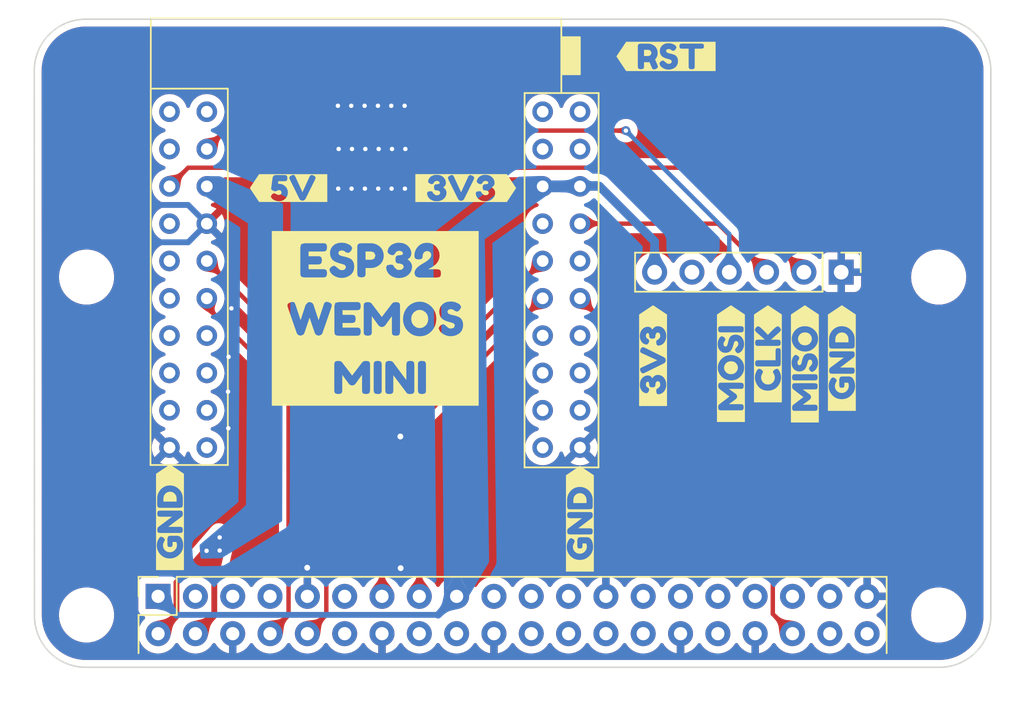
<source format=kicad_pcb>
(kicad_pcb (version 20211014) (generator pcbnew)
  (layers (0 "F.Cu" signal) (31 "B.Cu" signal) (34 "B.Paste" user) (35 "F.Paste" user) (36 "B.SilkS" user "B.Silkscreen") (37 "F.SilkS" user "F.Silkscreen") (38 "B.Mask" user) (39 "F.Mask" user) (44 "Edge.Cuts" user))
  (net 0 "")
  (net 1 "+3V3")
  (net 2 "GND")
  (net 3 "+5V")
  (net 19 "SW2")
  (net 20 "SCK")
  (net 26 "MOSI")
  (net 27 "MISO")
  (net 31 "SW1")
  (net 33 "BUFFER")
  (net 40 "PLOTTER_TX")
  (net 41 "PLOTTER_RX")
  (footprint "ESPpi:Raspberry_Pi_Zero" (layer "F.Cu") (at 122.16 104.36 90)
    (fp_text reference "J2" hide)
    (fp_text value "Raspberry_Pi_2_3")
    (pad "" np_thru_hole circle (at 21.73 -4.87 180) (size 2.75 2.75) (drill 2.75) (layers *.Cu *.Mask))
    (pad "" np_thru_hole circle (at -1.27 -4.87 180) (size 2.75 2.75) (drill 2.75) (layers *.Cu *.Mask))
    (pad "" np_thru_hole circle (at 21.73 53.13 180) (size 2.75 2.75) (drill 2.75) (layers *.Cu *.Mask))
    (pad "" np_thru_hole circle (at -1.27 53.13 180) (size 2.75 2.75) (drill 2.75) (layers *.Cu *.Mask))
    (pad "1" thru_hole rect (at 0 0 90) (size 1.7 1.7) (drill 0.9) (layers *.Cu *.Mask) (net 1 "+3V3"))
    (pad "2" thru_hole oval (at -2.54 0 90) (size 1.7 1.7) (drill 0.9) (layers *.Cu *.Mask) (net 3 "+5V"))
    (pad "3" thru_hole oval (at 0 2.54 90) (size 1.7 1.7) (drill 0.9) (layers *.Cu *.Mask))
    (pad "4" thru_hole oval (at -2.54 2.54 90) (size 1.7 1.7) (drill 0.9) (layers *.Cu *.Mask) (net 3 "+5V"))
    (pad "5" thru_hole oval (at 0 5.08 90) (size 1.7 1.7) (drill 0.9) (layers *.Cu *.Mask))
    (pad "6" thru_hole oval (at -2.54 5.08 90) (size 1.7 1.7) (drill 0.9) (layers *.Cu *.Mask) (net 2 "GND"))
    (pad "7" thru_hole oval (at 0 7.62 90) (size 1.7 1.7) (drill 0.9) (layers *.Cu *.Mask))
    (pad "8" thru_hole oval (at -2.54 7.62 90) (size 1.7 1.7) (drill 0.9) (layers *.Cu *.Mask) (net 40 "PLOTTER_TX"))
    (pad "9" thru_hole oval (at 0 10.16 90) (size 1.7 1.7) (drill 0.9) (layers *.Cu *.Mask) (net 2 "GND"))
    (pad "10" thru_hole oval (at -2.54 10.16 90) (size 1.7 1.7) (drill 0.9) (layers *.Cu *.Mask) (net 41 "PLOTTER_RX"))
    (pad "11" thru_hole oval (at 0 12.7 90) (size 1.7 1.7) (drill 0.9) (layers *.Cu *.Mask))
    (pad "12" thru_hole oval (at -2.54 12.7 90) (size 1.7 1.7) (drill 0.9) (layers *.Cu *.Mask))
    (pad "13" thru_hole oval (at 0 15.24 90) (size 1.7 1.7) (drill 0.9) (layers *.Cu *.Mask) (net 19 "SW2"))
    (pad "14" thru_hole oval (at -2.54 15.24 90) (size 1.7 1.7) (drill 0.9) (layers *.Cu *.Mask) (net 2 "GND"))
    (pad "15" thru_hole oval (at 0 17.78 90) (size 1.7 1.7) (drill 0.9) (layers *.Cu *.Mask) (net 31 "SW1"))
    (pad "16" thru_hole oval (at -2.54 17.78 90) (size 1.7 1.7) (drill 0.9) (layers *.Cu *.Mask))
    (pad "17" thru_hole oval (at 0 20.32 90) (size 1.7 1.7) (drill 0.9) (layers *.Cu *.Mask) (net 1 "+3V3"))
    (pad "18" thru_hole oval (at -2.54 20.32 90) (size 1.7 1.7) (drill 0.9) (layers *.Cu *.Mask))
    (pad "19" thru_hole oval (at 0 22.86 90) (size 1.7 1.7) (drill 0.9) (layers *.Cu *.Mask))
    (pad "20" thru_hole oval (at -2.54 22.86 90) (size 1.7 1.7) (drill 0.9) (layers *.Cu *.Mask) (net 2 "GND"))
    (pad "21" thru_hole oval (at 0 25.4 90) (size 1.7 1.7) (drill 0.9) (layers *.Cu *.Mask))
    (pad "22" thru_hole oval (at -2.54 25.4 90) (size 1.7 1.7) (drill 0.9) (layers *.Cu *.Mask))
    (pad "23" thru_hole oval (at 0 27.94 90) (size 1.7 1.7) (drill 0.9) (layers *.Cu *.Mask))
    (pad "24" thru_hole oval (at -2.54 27.94 90) (size 1.7 1.7) (drill 0.9) (layers *.Cu *.Mask))
    (pad "25" thru_hole oval (at 0 30.48 90) (size 1.7 1.7) (drill 0.9) (layers *.Cu *.Mask) (net 2 "GND"))
    (pad "26" thru_hole oval (at -2.54 30.48 90) (size 1.7 1.7) (drill 0.9) (layers *.Cu *.Mask))
    (pad "27" thru_hole oval (at 0 33.02 90) (size 1.7 1.7) (drill 0.9) (layers *.Cu *.Mask))
    (pad "28" thru_hole oval (at -2.54 33.02 90) (size 1.7 1.7) (drill 0.9) (layers *.Cu *.Mask))
    (pad "29" thru_hole oval (at 0 35.56 90) (size 1.7 1.7) (drill 0.9) (layers *.Cu *.Mask))
    (pad "30" thru_hole oval (at -2.54 35.56 90) (size 1.7 1.7) (drill 0.9) (layers *.Cu *.Mask) (net 2 "GND"))
    (pad "31" thru_hole oval (at 0 38.1 90) (size 1.7 1.7) (drill 0.9) (layers *.Cu *.Mask))
    (pad "32" thru_hole oval (at -2.54 38.1 90) (size 1.7 1.7) (drill 0.9) (layers *.Cu *.Mask))
    (pad "33" thru_hole oval (at 0 40.64 90) (size 1.7 1.7) (drill 0.9) (layers *.Cu *.Mask))
    (pad "34" thru_hole oval (at -2.54 40.64 90) (size 1.7 1.7) (drill 0.9) (layers *.Cu *.Mask) (net 2 "GND"))
    (pad "35" thru_hole oval (at 0 43.18 90) (size 1.7 1.7) (drill 0.9) (layers *.Cu *.Mask))
    (pad "36" thru_hole oval (at -2.54 43.18 90) (size 1.7 1.7) (drill 0.9) (layers *.Cu *.Mask) (net 33 "BUFFER"))
    (pad "37" thru_hole oval (at 0 45.72 90) (size 1.7 1.7) (drill 0.9) (layers *.Cu *.Mask))
    (pad "38" thru_hole oval (at -2.54 45.72 90) (size 1.7 1.7) (drill 0.9) (layers *.Cu *.Mask))
    (pad "39" thru_hole oval (at 0 48.26 90) (size 1.7 1.7) (drill 0.9) (layers *.Cu *.Mask) (net 2 "GND"))
    (pad "40" thru_hole oval (at -2.54 48.26 90) (size 1.7 1.7) (drill 0.9) (layers *.Cu *.Mask))
  )
  (footprint "Connector_PinHeader_2.54mm:PinHeader_1x06_P2.54mm_Vertical" (layer "F.Cu") (at 168.656 82.296 -90)
    (fp_text reference "J1" hide)
    (fp_text value "SD_shield")
    (pad "1" thru_hole rect (at 0 0 270) (size 1.7 1.7) (drill 1) (layers *.Cu *.Mask) (net 2 "GND"))
    (pad "2" thru_hole oval (at 0 2.54 270) (size 1.7 1.7) (drill 1) (layers *.Cu *.Mask) (net 27 "MISO"))
    (pad "3" thru_hole oval (at 0 5.08 270) (size 1.7 1.7) (drill 1) (layers *.Cu *.Mask) (net 20 "SCK"))
    (pad "4" thru_hole oval (at 0 7.62 270) (size 1.7 1.7) (drill 1) (layers *.Cu *.Mask) (net 26 "MOSI"))
    (pad "5" thru_hole oval (at 0 10.16 270) (size 1.7 1.7) (drill 1) (layers *.Cu *.Mask))
    (pad "6" thru_hole oval (at 0 12.7 270) (size 1.7 1.7) (drill 1) (layers *.Cu *.Mask) (net 1 "+3V3"))
  )
  (footprint "kibuzzard-62B2EFA4" (layer "F.Cu") (at 143.1 76.57)
    (fp_text reference "kibuzzard-62B2EFA4" hide)
    (fp_text value "G***" hide)
  )
  (footprint "kibuzzard-62B2ECCC" (layer "F.Cu") (at 161.15 88.517825 90)
    (fp_text reference "kibuzzard-62B2ECCC" hide)
    (fp_text value "G***" hide)
  )
  (footprint "kibuzzard-62B2ECE6" (layer "F.Cu") (at 168.7 88.14 90)
    (fp_text reference "kibuzzard-62B2ECE6" hide)
    (fp_text value "G***" hide)
  )
  (footprint "kibuzzard-62B2ECE6" (layer "F.Cu") (at 122.97 98.98 90)
    (fp_text reference "kibuzzard-62B2ECE6" hide)
    (fp_text value "G***" hide)
  )
  (footprint "kibuzzard-62B2ED0A" (layer "F.Cu") (at 163.666269 87.850281 90)
    (fp_text reference "kibuzzard-62B2ED0A" hide)
    (fp_text value "G***" hide)
  )
  (footprint "kibuzzard-62B2F93B" (layer "F.Cu") (at 136.94 85.44)
    (fp_text reference "kibuzzard-62B2F93B" hide)
    (fp_text value "G***" hide)
  )
  (footprint "kibuzzard-62B2FA68" (layer "F.Cu") (at 156.73 67.61)
    (fp_text reference "kibuzzard-62B2FA68" hide)
    (fp_text value "G***" hide)
  )
  (footprint "ESPpi:ESP32_mini" (layer "F.Cu") (at 136.906 82.804 180)
    (fp_text reference "U1" hide)
    (fp_text value "mini_esp32")
    (pad "1" thru_hole circle (at -13.97 -11.43 90) (size 1.4 1.4) (drill 0.8) (layers *.Cu *.Mask) (net 2 "GND"))
    (pad "2" thru_hole circle (at -11.43 -11.43 90) (size 1.4 1.4) (drill 0.8) (layers *.Cu *.Mask))
    (pad "3" thru_hole circle (at -13.97 -8.89 90) (size 1.4 1.4) (drill 0.8) (layers *.Cu *.Mask))
    (pad "4" thru_hole circle (at -11.43 -8.89 90) (size 1.4 1.4) (drill 0.8) (layers *.Cu *.Mask))
    (pad "5" thru_hole circle (at -13.97 -6.35 90) (size 1.4 1.4) (drill 0.8) (layers *.Cu *.Mask))
    (pad "6" thru_hole circle (at -11.43 -6.35 90) (size 1.4 1.4) (drill 0.8) (layers *.Cu *.Mask))
    (pad "7" thru_hole circle (at -13.97 -3.81 90) (size 1.4 1.4) (drill 0.8) (layers *.Cu *.Mask))
    (pad "8" thru_hole circle (at -11.43 -3.81 90) (size 1.4 1.4) (drill 0.8) (layers *.Cu *.Mask))
    (pad "9" thru_hole circle (at -13.97 -1.27 90) (size 1.4 1.4) (drill 0.8) (layers *.Cu *.Mask) (net 33 "BUFFER"))
    (pad "10" thru_hole circle (at -11.43 -1.27 90) (size 1.4 1.4) (drill 0.8) (layers *.Cu *.Mask) (net 31 "SW1"))
    (pad "11" thru_hole circle (at -13.97 1.27 90) (size 1.4 1.4) (drill 0.8) (layers *.Cu *.Mask))
    (pad "12" thru_hole circle (at -11.43 1.27 90) (size 1.4 1.4) (drill 0.8) (layers *.Cu *.Mask) (net 19 "SW2"))
    (pad "13" thru_hole circle (at -13.97 3.81 90) (size 1.4 1.4) (drill 0.8) (layers *.Cu *.Mask) (net 20 "SCK"))
    (pad "14" thru_hole circle (at -11.43 3.81 90) (size 1.4 1.4) (drill 0.8) (layers *.Cu *.Mask))
    (pad "15" thru_hole circle (at -13.97 6.35 90) (size 1.4 1.4) (drill 0.8) (layers *.Cu *.Mask) (net 1 "+3V3"))
    (pad "16" thru_hole circle (at -11.43 6.35 90) (size 1.4 1.4) (drill 0.8) (layers *.Cu *.Mask) (net 1 "+3V3"))
    (pad "17" thru_hole circle (at -13.97 8.89 90) (size 1.4 1.4) (drill 0.8) (layers *.Cu *.Mask))
    (pad "18" thru_hole circle (at -11.43 8.89 90) (size 1.4 1.4) (drill 0.8) (layers *.Cu *.Mask))
    (pad "19" thru_hole circle (at -13.97 11.43 90) (size 1.4 1.4) (drill 0.8) (layers *.Cu *.Mask))
    (pad "20" thru_hole circle (at -11.43 11.43 90) (size 1.4 1.4) (drill 0.8) (layers *.Cu *.Mask))
    (pad "21" thru_hole circle (at 11.43 -11.43 90) (size 1.4 1.4) (drill 0.8) (layers *.Cu *.Mask))
    (pad "22" thru_hole circle (at 13.97 -11.43 90) (size 1.4 1.4) (drill 0.8) (layers *.Cu *.Mask) (net 2 "GND"))
    (pad "23" thru_hole circle (at 11.43 -8.89 90) (size 1.4 1.4) (drill 0.8) (layers *.Cu *.Mask))
    (pad "24" thru_hole circle (at 13.97 -8.89 90) (size 1.4 1.4) (drill 0.8) (layers *.Cu *.Mask))
    (pad "25" thru_hole circle (at 11.43 -6.35 90) (size 1.4 1.4) (drill 0.8) (layers *.Cu *.Mask))
    (pad "26" thru_hole circle (at 13.97 -6.35 90) (size 1.4 1.4) (drill 0.8) (layers *.Cu *.Mask))
    (pad "27" thru_hole circle (at 11.43 -3.81 90) (size 1.4 1.4) (drill 0.8) (layers *.Cu *.Mask))
    (pad "28" thru_hole circle (at 13.97 -3.81 90) (size 1.4 1.4) (drill 0.8) (layers *.Cu *.Mask))
    (pad "29" thru_hole circle (at 11.43 -1.27 90) (size 1.4 1.4) (drill 0.8) (layers *.Cu *.Mask) (net 40 "PLOTTER_TX"))
    (pad "30" thru_hole circle (at 13.97 -1.27 90) (size 1.4 1.4) (drill 0.8) (layers *.Cu *.Mask))
    (pad "31" thru_hole circle (at 11.43 1.27 90) (size 1.4 1.4) (drill 0.8) (layers *.Cu *.Mask) (net 41 "PLOTTER_RX"))
    (pad "32" thru_hole circle (at 13.97 1.27 90) (size 1.4 1.4) (drill 0.8) (layers *.Cu *.Mask))
    (pad "33" thru_hole circle (at 11.43 3.81 90) (size 1.4 1.4) (drill 0.8) (layers *.Cu *.Mask) (net 2 "GND"))
    (pad "34" thru_hole circle (at 13.97 3.81 90) (size 1.4 1.4) (drill 0.8) (layers *.Cu *.Mask))
    (pad "35" thru_hole circle (at 11.43 6.35 90) (size 1.4 1.4) (drill 0.8) (layers *.Cu *.Mask) (net 3 "+5V"))
    (pad "36" thru_hole circle (at 13.97 6.35 90) (size 1.4 1.4) (drill 0.8) (layers *.Cu *.Mask) (net 27 "MISO"))
    (pad "37" thru_hole circle (at 11.43 8.89 90) (size 1.4 1.4) (drill 0.8) (layers *.Cu *.Mask) (net 26 "MOSI"))
    (pad "38" thru_hole circle (at 13.97 8.89 90) (size 1.4 1.4) (drill 0.8) (layers *.Cu *.Mask))
    (pad "39" thru_hole circle (at 11.43 11.43 90) (size 1.4 1.4) (drill 0.8) (layers *.Cu *.Mask))
    (pad "40" thru_hole circle (at 13.97 11.43 90) (size 1.4 1.4) (drill 0.8) (layers *.Cu *.Mask))
  )
  (footprint "kibuzzard-62B2ECF6" (layer "F.Cu") (at 166.182538 88.535684 90)
    (fp_text reference "kibuzzard-62B2ECF6" hide)
    (fp_text value "G***" hide)
  )
  (footprint "kibuzzard-62B2ED39" (layer "F.Cu") (at 155.85 87.9749 90)
    (fp_text reference "kibuzzard-62B2ED39" hide)
    (fp_text value "G***" hide)
  )
  (footprint "kibuzzard-62B2EFEF" (layer "F.Cu") (at 131.04 76.57)
    (fp_text reference "kibuzzard-62B2EFEF" hide)
    (fp_text value "G***" hide)
  )
  (footprint "kibuzzard-62B2ECE6" (layer "F.Cu") (at 150.87 99.08 90)
    (fp_text reference "kibuzzard-62B2ECE6" hide)
    (fp_text value "G***" hide)
  )
  (gr_line (start 175.336788 65.076788) (end 117.237145 65.076788) (layer "Edge.Cuts") (width 0.1))
  (gr_arc (start 117.25 109.19) (mid 114.772855 108.163933) (end 113.746788 105.686788) (layer "Edge.Cuts") (width 0.1))
  (gr_arc (start 175.336788 65.076788) (mid 177.813936 66.102852) (end 178.84 68.58) (layer "Edge.Cuts") (width 0.1))
  (gr_line (start 117.25 109.19) (end 175.336788 109.19) (layer "Edge.Cuts") (width 0.1))
  (gr_line (start 178.84 105.686788) (end 178.84 68.58) (layer "Edge.Cuts") (width 0.1))
  (gr_arc (start 178.84 105.686788) (mid 177.813933 108.163933) (end 175.336788 109.19) (layer "Edge.Cuts") (width 0.1))
  (gr_arc (start 113.733933 68.58) (mid 114.759999 66.102863) (end 117.237145 65.076788) (layer "Edge.Cuts") (width 0.1))
  (gr_line (start 113.733933 68.58) (end 113.746788 105.686788) (layer "Edge.Cuts") (width 0.1))
  (segment (start 142.48 81.43) (end 147.456 76.454) (width 0.5) (layer "B.Cu") (net 1))
  (segment (start 141.22 105.62) (end 123.42 105.62) (width 0.4) (layer "B.Cu") (net 1))
  (segment (start 155.956 82.296) (end 155.956 80.206) (width 0.6) (layer "B.Cu") (net 1))
  (segment (start 147.456 76.454) (end 148.336 76.454) (width 0.5) (layer "B.Cu") (net 1))
  (segment (start 142.48 104.36) (end 142.48 81.43) (width 0.5) (layer "B.Cu") (net 1))
  (segment (start 142.48 104.36) (end 141.22 105.62) (width 0.5) (layer "B.Cu") (net 1))
  (segment (start 123.42 105.62) (end 122.16 104.36) (width 0.5) (layer "B.Cu") (net 1))
  (segment (start 155.956 80.206) (end 152.204 76.454) (width 0.6) (layer "B.Cu") (net 1))
  (segment (start 148.336 76.454) (end 150.876 76.454) (width 0.8) (layer "B.Cu") (net 1))
  (segment (start 152.204 76.454) (end 150.876 76.454) (width 0.6) (layer "B.Cu") (net 1))
  (via (at 127.15 84.76) (size 0.6) (drill 0.3) (layers "F.Cu" "B.Cu") (net 2))
  (via (at 134.45 73.91) (size 0.6) (drill 0.3) (layers "F.Cu" "B.Cu") (net 2))
  (via (at 138.67 102.44) (size 0.8) (drill 0.4) (layers "F.Cu" "B.Cu") (net 2))
  (via (at 138.052 76.61) (size 0.6) (drill 0.3) (layers "F.Cu" "B.Cu") (net 2))
  (via (at 136.236 76.61) (size 0.6) (drill 0.3) (layers "F.Cu" "B.Cu") (net 2))
  (via (at 138.99 73.91) (size 0.6) (drill 0.3) (layers "F.Cu" "B.Cu") (net 2))
  (via (at 132.31 102.41) (size 0.8) (drill 0.4) (layers "F.Cu" "B.Cu") (net 2))
  (via (at 135.308 70.97) (size 0.6) (drill 0.3) (layers "F.Cu" "B.Cu") (net 2))
  (via (at 138.082 73.91) (size 0.6) (drill 0.3) (layers "F.Cu" "B.Cu") (net 2))
  (via (at 134.42 76.61) (size 0.6) (drill 0.3) (layers "F.Cu" "B.Cu") (net 2))
  (via (at 137.124 70.97) (size 0.6) (drill 0.3) (layers "F.Cu" "B.Cu") (net 2))
  (via (at 135.358 73.91) (size 0.6) (drill 0.3) (layers "F.Cu" "B.Cu") (net 2))
  (via (at 135.328 76.61) (size 0.6) (drill 0.3) (layers "F.Cu" "B.Cu") (net 2))
  (via (at 137.144 76.61) (size 0.6) (drill 0.3) (layers "F.Cu" "B.Cu") (net 2))
  (via (at 138.94 70.97) (size 0.6) (drill 0.3) (layers "F.Cu" "B.Cu") (net 2))
  (via (at 138.96 76.61) (size 0.6) (drill 0.3) (layers "F.Cu" "B.Cu") (net 2))
  (via (at 138.65 93.48) (size 0.8) (drill 0.4) (layers "F.Cu" "B.Cu") (net 2))
  (via (at 137.174 73.91) (size 0.6) (drill 0.3) (layers "F.Cu" "B.Cu") (net 2))
  (via (at 126.92 90.43) (size 0.6) (drill 0.3) (layers "F.Cu" "B.Cu") (net 2))
  (via (at 138.032 70.97) (size 0.6) (drill 0.3) (layers "F.Cu" "B.Cu") (net 2))
  (via (at 136.216 70.97) (size 0.6) (drill 0.3) (layers "F.Cu" "B.Cu") (net 2))
  (via (at 126.94 92.92) (size 0.6) (drill 0.3) (layers "F.Cu" "B.Cu") (net 2))
  (via (at 134.4 70.97) (size 0.6) (drill 0.3) (layers "F.Cu" "B.Cu") (net 2))
  (via (at 126.96 88.06) (size 0.6) (drill 0.3) (layers "F.Cu" "B.Cu") (net 2))
  (via (at 136.266 73.91) (size 0.6) (drill 0.3) (layers "F.Cu" "B.Cu") (net 2))
  (segment (start 124.202 77.72) (end 122.25 77.72) (width 0.4) (layer "B.Cu") (net 2))
  (segment (start 125.476 78.994) (end 124.202 77.72) (width 0.4) (layer "B.Cu") (net 2))
  (segment (start 124.21 80.26) (end 122.29 80.26) (width 0.4) (layer "B.Cu") (net 2))
  (segment (start 125.476 78.994) (end 124.21 80.26) (width 0.4) (layer "B.Cu") (net 2))
  (segment (start 123.409511 103.420489) (end 123.409511 105.650489) (width 0.4) (layer "F.Cu") (net 3))
  (segment (start 125.9 100.8) (end 126.34 100.36) (width 0.6) (layer "F.Cu") (net 3))
  (segment (start 125.9 100.8) (end 125.9 100.93) (width 0.4) (layer "F.Cu") (net 3))
  (segment (start 121.800978 106.9) (end 122.16 106.9) (width 0.8) (layer "F.Cu") (net 3))
  (segment (start 125.984 100.716) (end 125.984 105.616) (width 0.4) (layer "F.Cu") (net 3))
  (segment (start 125.9 100.8) (end 125.984 100.716) (width 0.4) (layer "F.Cu") (net 3))
  (segment (start 125.9 100.93) (end 123.409511 103.420489) (width 0.4) (layer "F.Cu") (net 3))
  (segment (start 123.409511 105.650489) (end 122.16 106.9) (width 0.5) (layer "F.Cu") (net 3))
  (segment (start 125.984 105.616) (end 124.7 106.9) (width 0.5) (layer "F.Cu") (net 3))
  (via (at 126.35 100.35) (size 0.6) (drill 0.3) (layers "F.Cu" "B.Cu") (net 3))
  (via (at 125.46 101.26) (size 0.6) (drill 0.3) (layers "F.Cu" "B.Cu") (net 3))
  (via (at 126.35 101.24) (size 0.6) (drill 0.3) (layers "F.Cu" "B.Cu") (net 3))
  (segment (start 128.94 78.79) (end 126.604 76.454) (width 0.6) (layer "B.Cu") (net 3))
  (segment (start 128.94 97.76) (end 128.94 78.79) (width 0.6) (layer "B.Cu") (net 3))
  (segment (start 126.35 100.35) (end 128.94 97.76) (width 0.6) (layer "B.Cu") (net 3))
  (segment (start 125.9 100.8) (end 126.35 100.35) (width 0.6) (layer "B.Cu") (net 3))
  (segment (start 126.604 76.454) (end 125.476 76.454) (width 0.6) (layer "B.Cu") (net 3))
  (segment (start 137.4 104.36) (end 137.4 92.47) (width 0.3) (layer "F.Cu") (net 19))
  (segment (start 137.4 92.47) (end 148.336 81.534) (width 0.3) (layer "F.Cu") (net 19))
  (segment (start 160.274 78.994) (end 150.876 78.994) (width 0.3) (layer "F.Cu") (net 20))
  (segment (start 163.576 82.296) (end 160.274 78.994) (width 0.3) (layer "F.Cu") (net 20))
  (segment (start 154 72.66) (end 126.73 72.66) (width 0.3) (layer "F.Cu") (net 26))
  (segment (start 126.73 72.66) (end 125.476 73.914) (width 0.3) (layer "F.Cu") (net 26))
  (via (at 154 72.66) (size 0.6) (drill 0.3) (layers "F.Cu" "B.Cu") (net 26))
  (segment (start 161.036 82.296) (end 161.036 79.696) (width 0.3) (layer "B.Cu") (net 26))
  (segment (start 161.036 79.696) (end 154 72.66) (width 0.3) (layer "B.Cu") (net 26))
  (segment (start 159.004 75.184) (end 124.206 75.184) (width 0.3) (layer "F.Cu") (net 27))
  (segment (start 124.206 75.184) (end 122.936 76.454) (width 0.3) (layer "F.Cu") (net 27))
  (segment (start 166.116 82.296) (end 159.004 75.184) (width 0.3) (layer "F.Cu") (net 27))
  (segment (start 139.94 92.47) (end 139.94 104.36) (width 0.3) (layer "F.Cu") (net 31))
  (segment (start 148.336 84.074) (end 139.94 92.47) (width 0.3) (layer "F.Cu") (net 31))
  (segment (start 163.999511 97.197511) (end 150.876 84.074) (width 0.3) (layer "F.Cu") (net 33))
  (segment (start 165.34 106.9) (end 163.999511 105.559511) (width 0.3) (layer "F.Cu") (net 33))
  (segment (start 165.34 106.87) (end 165.34 106.9) (width 0.25) (layer "F.Cu") (net 33))
  (segment (start 163.999511 105.559511) (end 163.999511 97.197511) (width 0.3) (layer "F.Cu") (net 33))
  (segment (start 131.04 105.64) (end 131.04 90.21997) (width 0.3) (layer "F.Cu") (net 40))
  (segment (start 131.04 90.21997) (end 125.476 84.65597) (width 0.3) (layer "F.Cu") (net 40))
  (segment (start 129.78 106.9) (end 131.04 105.64) (width 0.3) (layer "F.Cu") (net 40))
  (segment (start 125.476 84.65597) (end 125.476 84.074) (width 0.3) (layer "F.Cu") (net 40))
  (segment (start 132.32 106.9) (end 133.61 105.61) (width 0.3) (layer "F.Cu") (net 41))
  (segment (start 133.61 105.61) (end 133.61 89.668) (width 0.3) (layer "F.Cu") (net 41))
  (segment (start 133.61 89.668) (end 125.476 81.534) (width 0.3) (layer "F.Cu") (net 41))
  (zone (net 31) (net_name "SW1") (layer "F.Cu") (priority 16962) (connect_pads yes (clearance 0)) (min_thickness 0.0254) (fill yes (thermal_gap 0.508) (thermal_bridge_width 0.508))
    (polygon (pts (xy 147.459189 85.162943) (xy 147.578889 85.053633) (xy 147.688384 84.973709) (xy 147.790747 84.917698) (xy 147.88905 84.880122) (xy 147.986367 84.855508) (xy 148.085771 84.83838) (xy 148.190335 84.823264) (xy 148.303133 84.804683) (xy 148.427237 84.777164) (xy 148.565722 84.735231) (xy 148.583487 83.826513) (xy 147.674769 83.844278) (xy 147.632835 83.982762) (xy 147.605316 84.106866) (xy 147.586735 84.219664) (xy 147.571619 84.324228) (xy 147.554491 84.423632) (xy 147.529877 84.520949) (xy 147.492301 84.619252) (xy 147.43629 84.721615) (xy 147.356366 84.83111) (xy 147.247057 84.950811)))
  )
  (zone (net 3) (net_name "+5V") (layer "F.Cu") (priority 16962) (connect_pads yes (clearance 0)) (min_thickness 0.0254) (fill yes (thermal_gap 0.508) (thermal_bridge_width 0.508))
    (polygon (pts (xy 125.718233 105.528214) (xy 125.575725 105.660446) (xy 125.446149 105.760525) (xy 125.325722 105.83423) (xy 125.21066 105.887338) (xy 125.097179 105.925629) (xy 124.981495 105.954881) (xy 124.859824 105.980873) (xy 124.728382 106.009384) (xy 124.583386 106.046192) (xy 124.421051 106.097076) (xy 124.39948 107.20052) (xy 125.502924 107.178949) (xy 125.553807 107.016613) (xy 125.590615 106.871617) (xy 125.619126 106.740175) (xy 125.645118 106.618504) (xy 125.67437 106.50282) (xy 125.712661 106.389339) (xy 125.765769 106.274277) (xy 125.839474 106.15385) (xy 125.939553 106.024274) (xy 126.071786 105.881767)))
  )
  (zone (net 26) (net_name "MOSI") (layer "F.Cu") (priority 16962) (connect_pads yes (clearance 0)) (min_thickness 0.0254) (fill yes (thermal_gap 0.508) (thermal_bridge_width 0.508))
    (polygon (pts (xy 153.41 72.81) (xy 153.475915 72.811125) (xy 153.532489 72.814535) (xy 153.58156 72.820278) (xy 153.624963 72.828405) (xy 153.664536 72.838965) (xy 153.702115 72.852008) (xy 153.739538 72.867583) (xy 153.77864 72.88574) (xy 153.82126 72.906529) (xy 153.869234 72.93) (xy 154.15 72.66) (xy 153.869234 72.39) (xy 153.82126 72.41347) (xy 153.77864 72.434259) (xy 153.739538 72.452416) (xy 153.702115 72.467991) (xy 153.664536 72.481034) (xy 153.624963 72.491594) (xy 153.58156 72.499721) (xy 153.532489 72.505464) (xy 153.475915 72.508874) (xy 153.41 72.51)))
  )
  (zone (net 2) (net_name "GND") (layers F&B.Cu) (connect_pads (clearance 0.5)) (min_thickness 0.254) (fill yes (thermal_gap 0.508) (thermal_bridge_width 0.508))
    (polygon (pts (xy 181.11 111.97) (xy 111.4 111.97) (xy 111.4 63.77) (xy 181.11 63.77)))
  )
  (zone (net 3) (net_name "+5V") (layer "F.Cu") (priority 16962) (connect_pads yes (clearance 0)) (min_thickness 0.0254) (fill yes (thermal_gap 0.508) (thermal_bridge_width 0.508))
    (polygon (pts (xy 123.178233 105.528214) (xy 123.035725 105.660446) (xy 122.906149 105.760525) (xy 122.785722 105.83423) (xy 122.67066 105.887338) (xy 122.557179 105.925629) (xy 122.441495 105.954881) (xy 122.319824 105.980873) (xy 122.188382 106.009384) (xy 122.043386 106.046192) (xy 121.881051 106.097076) (xy 121.85948 107.20052) (xy 122.962924 107.178949) (xy 123.013807 107.016613) (xy 123.050615 106.871617) (xy 123.079126 106.740175) (xy 123.105118 106.618504) (xy 123.13437 106.50282) (xy 123.172661 106.389339) (xy 123.225769 106.274277) (xy 123.299474 106.15385) (xy 123.399553 106.024274) (xy 123.531786 105.881767)))
  )
  (zone (net 3) (net_name "+5V") (layer "F.Cu") (priority 1) (connect_pads (clearance 0.508)) (min_thickness 0.254) (fill yes (thermal_gap 0.508) (thermal_bridge_width 0.508))
    (polygon (pts (xy 126.93 100.2) (xy 126.171787 103.5119) (xy 123.159133 103.446678) (xy 126.27 99.86)))
  )
  (zone (net 19) (net_name "SW2") (layer "F.Cu") (priority 16962) (connect_pads yes (clearance 0)) (min_thickness 0.0254) (fill yes (thermal_gap 0.508) (thermal_bridge_width 0.508))
    (polygon (pts (xy 137.25 102.67) (xy 137.240306 102.868282) (xy 137.2128 103.031483) (xy 137.169844 103.16723) (xy 137.1138 103.28315) (xy 137.047032 103.386873) (xy 136.971901 103.486025) (xy 136.890769 103.588235) (xy 136.806 103.701131) (xy 136.719956 103.832341) (xy 136.635 103.989494) (xy 137.4 104.785) (xy 138.165 103.989494) (xy 138.080043 103.832341) (xy 137.993999 103.701131) (xy 137.90923 103.588235) (xy 137.828098 103.486025) (xy 137.752967 103.386873) (xy 137.686199 103.28315) (xy 137.630155 103.16723) (xy 137.587199 103.031483) (xy 137.559693 102.868282) (xy 137.55 102.67)))
  )
  (zone (net 27) (net_name "MISO") (layer "F.Cu") (priority 16962) (connect_pads yes (clearance 0)) (min_thickness 0.0254) (fill yes (thermal_gap 0.508) (thermal_bridge_width 0.508))
    (polygon (pts (xy 164.814925 81.207057) (xy 164.948277 81.354118) (xy 165.044227 81.488968) (xy 165.10984 81.61533) (xy 165.152179 81.736926) (xy 165.17831 81.857482) (xy 165.195295 81.980718) (xy 165.2102 82.11036) (xy 165.230089 82.25013) (xy 165.262026 82.403752) (xy 165.313076 82.574949) (xy 166.41652 82.59652) (xy 166.394949 81.493076) (xy 166.223752 81.442026) (xy 166.07013 81.410089) (xy 165.93036 81.3902) (xy 165.800718 81.375295) (xy 165.677482 81.35831) (xy 165.556926 81.332179) (xy 165.43533 81.28984) (xy 165.308968 81.224227) (xy 165.174118 81.128277) (xy 165.027057 80.994925)))
  )
  (zone (net 0) (net_name "") (layers F&B.Cu) (connect_pads yes (clearance 0)) (min_thickness 0.254)
    (keepout (tracks allowed) (vias allowed) (pads allowed) (copperpour not_allowed) (footprints allowed))
    (fill (thermal_gap 0.508) (thermal_bridge_width 0.508))
    (polygon (pts (xy 124.85 93.82) (xy 123.71 93.82) (xy 123.71 92.04) (xy 124.85 92.04)))
  )
  (zone (net 33) (net_name "BUFFER") (layer "F.Cu") (priority 16962) (connect_pads yes (clearance 0)) (min_thickness 0.0254) (fill yes (thermal_gap 0.508) (thermal_bridge_width 0.508))
    (polygon (pts (xy 164.038925 105.811057) (xy 164.172277 105.958118) (xy 164.268227 106.092968) (xy 164.33384 106.21933) (xy 164.376179 106.340926) (xy 164.40231 106.461482) (xy 164.419295 106.584718) (xy 164.4342 106.71436) (xy 164.454089 106.85413) (xy 164.486026 107.007752) (xy 164.537076 107.178949) (xy 165.64052 107.20052) (xy 165.618949 106.097076) (xy 165.447752 106.046026) (xy 165.29413 106.014089) (xy 165.15436 105.9942) (xy 165.024718 105.979295) (xy 164.901482 105.96231) (xy 164.780926 105.936179) (xy 164.65933 105.89384) (xy 164.532968 105.828227) (xy 164.398118 105.732277) (xy 164.251057 105.598925)))
  )
  (zone (net 19) (net_name "SW2") (layer "F.Cu") (priority 16962) (connect_pads yes (clearance 0)) (min_thickness 0.0254) (fill yes (thermal_gap 0.508) (thermal_bridge_width 0.508))
    (polygon (pts (xy 147.459189 82.622943) (xy 147.578889 82.513633) (xy 147.688384 82.433709) (xy 147.790747 82.377698) (xy 147.88905 82.340122) (xy 147.986367 82.315508) (xy 148.085771 82.29838) (xy 148.190335 82.283264) (xy 148.303133 82.264683) (xy 148.427237 82.237164) (xy 148.565722 82.195231) (xy 148.583487 81.286513) (xy 147.674769 81.304278) (xy 147.632835 81.442762) (xy 147.605316 81.566866) (xy 147.586735 81.679664) (xy 147.571619 81.784228) (xy 147.554491 81.883632) (xy 147.529877 81.980949) (xy 147.492301 82.079252) (xy 147.43629 82.181615) (xy 147.356366 82.29111) (xy 147.247057 82.410811)))
  )
  (zone (net 31) (net_name "SW1") (layer "F.Cu") (priority 16962) (connect_pads yes (clearance 0)) (min_thickness 0.0254) (fill yes (thermal_gap 0.508) (thermal_bridge_width 0.508))
    (polygon (pts (xy 139.79 102.67) (xy 139.780306 102.868282) (xy 139.7528 103.031483) (xy 139.709844 103.16723) (xy 139.6538 103.28315) (xy 139.587032 103.386873) (xy 139.511901 103.486025) (xy 139.430769 103.588235) (xy 139.346 103.701131) (xy 139.259956 103.832341) (xy 139.175 103.989494) (xy 139.94 104.785) (xy 140.705 103.989494) (xy 140.620043 103.832341) (xy 140.533999 103.701131) (xy 140.44923 103.588235) (xy 140.368098 103.486025) (xy 140.292967 103.386873) (xy 140.226199 103.28315) (xy 140.170155 103.16723) (xy 140.127199 103.031483) (xy 140.099693 102.868282) (xy 140.09 102.67)))
  )
  (zone (net 20) (net_name "SCK") (layer "F.Cu") (priority 16962) (connect_pads yes (clearance 0)) (min_thickness 0.0254) (fill yes (thermal_gap 0.508) (thermal_bridge_width 0.508))
    (polygon (pts (xy 162.274925 81.207057) (xy 162.408277 81.354118) (xy 162.504227 81.488968) (xy 162.56984 81.61533) (xy 162.612179 81.736926) (xy 162.63831 81.857482) (xy 162.655295 81.980718) (xy 162.6702 82.11036) (xy 162.690089 82.25013) (xy 162.722026 82.403752) (xy 162.773076 82.574949) (xy 163.87652 82.59652) (xy 163.854949 81.493076) (xy 163.683752 81.442026) (xy 163.53013 81.410089) (xy 163.39036 81.3902) (xy 163.260718 81.375295) (xy 163.137482 81.35831) (xy 163.016926 81.332179) (xy 162.89533 81.28984) (xy 162.768968 81.224227) (xy 162.634118 81.128277) (xy 162.487057 80.994925)))
  )
  (zone (net 0) (net_name "") (layers F&B.Cu) (connect_pads yes (clearance 0)) (min_thickness 0.254)
    (keepout (tracks allowed) (vias allowed) (pads allowed) (copperpour not_allowed) (footprints allowed))
    (fill (thermal_gap 0.508) (thermal_bridge_width 0.508))
    (polygon (pts (xy 124.95 80.91) (xy 123.57 80.91) (xy 123.57 76.86) (xy 124.95 76.86)))
  )
  (zone (net 41) (net_name "PLOTTER_RX") (layer "F.Cu") (priority 16962) (connect_pads yes (clearance 0)) (min_thickness 0.0254) (fill yes (thermal_gap 0.508) (thermal_bridge_width 0.508))
    (polygon (pts (xy 126.564943 82.410811) (xy 126.455633 82.29111) (xy 126.375709 82.181615) (xy 126.319698 82.079252) (xy 126.282122 81.980949) (xy 126.257508 81.883632) (xy 126.24038 81.784228) (xy 126.225264 81.679664) (xy 126.206683 81.566866) (xy 126.179164 81.442762) (xy 126.137231 81.304278) (xy 125.228513 81.286513) (xy 125.246278 82.195231) (xy 125.384762 82.237164) (xy 125.508866 82.264683) (xy 125.621664 82.283264) (xy 125.726228 82.29838) (xy 125.825632 82.315508) (xy 125.922949 82.340122) (xy 126.021252 82.377698) (xy 126.123615 82.433709) (xy 126.23311 82.513633) (xy 126.352811 82.622943)))
  )
  (zone (net 41) (net_name "PLOTTER_RX") (layer "F.Cu") (priority 16962) (connect_pads yes (clearance 0)) (min_thickness 0.0254) (fill yes (thermal_gap 0.508) (thermal_bridge_width 0.508))
    (polygon (pts (xy 133.408943 105.598925) (xy 133.261881 105.732277) (xy 133.127031 105.828227) (xy 133.000669 105.89384) (xy 132.879073 105.936179) (xy 132.758517 105.96231) (xy 132.635281 105.979295) (xy 132.505639 105.9942) (xy 132.365869 106.014089) (xy 132.212247 106.046026) (xy 132.041051 106.097076) (xy 132.01948 107.20052) (xy 133.122924 107.178949) (xy 133.173973 107.007752) (xy 133.20591 106.85413) (xy 133.225799 106.71436) (xy 133.240704 106.584718) (xy 133.257689 106.461482) (xy 133.28382 106.340926) (xy 133.326159 106.21933) (xy 133.391772 106.092968) (xy 133.487722 105.958118) (xy 133.621075 105.811057)))
  )
  (zone (net 40) (net_name "PLOTTER_TX") (layer "F.Cu") (priority 16962) (connect_pads yes (clearance 0)) (min_thickness 0.0254) (fill yes (thermal_gap 0.508) (thermal_bridge_width 0.508))
    (polygon (pts (xy 130.868943 105.598925) (xy 130.721881 105.732277) (xy 130.587031 105.828227) (xy 130.460669 105.89384) (xy 130.339073 105.936179) (xy 130.218517 105.96231) (xy 130.095281 105.979295) (xy 129.965639 105.9942) (xy 129.825869 106.014089) (xy 129.672247 106.046026) (xy 129.501051 106.097076) (xy 129.47948 107.20052) (xy 130.582924 107.178949) (xy 130.633973 107.007752) (xy 130.66591 106.85413) (xy 130.685799 106.71436) (xy 130.700704 106.584718) (xy 130.717689 106.461482) (xy 130.74382 106.340926) (xy 130.786159 106.21933) (xy 130.851772 106.092968) (xy 130.947722 105.958118) (xy 131.081075 105.811057)))
  )
  (zone (net 27) (net_name "MISO") (layer "F.Cu") (priority 16962) (connect_pads yes (clearance 0)) (min_thickness 0.0254) (fill yes (thermal_gap 0.508) (thermal_bridge_width 0.508))
    (polygon (pts (xy 123.812811 75.365057) (xy 123.69311 75.474366) (xy 123.583615 75.55429) (xy 123.481252 75.610301) (xy 123.382949 75.647877) (xy 123.285632 75.672491) (xy 123.186228 75.689619) (xy 123.081664 75.704735) (xy 122.968866 75.723316) (xy 122.844762 75.750835) (xy 122.706278 75.792769) (xy 122.688513 76.701487) (xy 123.597231 76.683722) (xy 123.639164 76.545237) (xy 123.666683 76.421133) (xy 123.685264 76.308335) (xy 123.70038 76.203771) (xy 123.717508 76.104367) (xy 123.742122 76.00705) (xy 123.779698 75.908747) (xy 123.835709 75.806384) (xy 123.915633 75.696889) (xy 124.024943 75.577189)))
  )
  (zone (net 40) (net_name "PLOTTER_TX") (layer "F.Cu") (priority 16962) (connect_pads yes (clearance 0)) (min_thickness 0.0254) (fill yes (thermal_gap 0.508) (thermal_bridge_width 0.508))
    (polygon (pts (xy 126.190177 85.158015) (xy 126.10994 85.06721) (xy 126.054909 84.981437) (xy 126.021957 84.899008) (xy 126.007956 84.818236) (xy 126.00978 84.737434) (xy 126.024303 84.654917) (xy 126.048396 84.568996) (xy 126.078934 84.477986) (xy 126.112788 84.3802) (xy 126.146834 84.273951) (xy 125.419774 83.728546) (xy 124.981026 84.568974) (xy 125.092633 84.675097) (xy 125.19285 84.76043) (xy 125.284956 84.830602) (xy 125.372231 84.891241) (xy 125.457952 84.947977) (xy 125.5454 85.00644) (xy 125.637855 85.072259) (xy 125.738594 85.151064) (xy 125.850897 85.248483) (xy 125.978045 85.370147)))
  )
  (zone (net 33) (net_name "BUFFER") (layer "F.Cu") (priority 16962) (connect_pads yes (clearance 0)) (min_thickness 0.0254) (fill yes (thermal_gap 0.508) (thermal_bridge_width 0.508))
    (polygon (pts (xy 151.964943 84.950811) (xy 151.855633 84.83111) (xy 151.775709 84.721615) (xy 151.719698 84.619252) (xy 151.682122 84.520949) (xy 151.657508 84.423632) (xy 151.64038 84.324228) (xy 151.625264 84.219664) (xy 151.606683 84.106866) (xy 151.579164 83.982762) (xy 151.537231 83.844278) (xy 150.628513 83.826513) (xy 150.646278 84.735231) (xy 150.784762 84.777164) (xy 150.908866 84.804683) (xy 151.021664 84.823264) (xy 151.126228 84.83838) (xy 151.225632 84.855508) (xy 151.322949 84.880122) (xy 151.421252 84.917698) (xy 151.523615 84.973709) (xy 151.63311 85.053633) (xy 151.752811 85.162943)))
  )
  (zone (net 20) (net_name "SCK") (layer "F.Cu") (priority 16962) (connect_pads yes (clearance 0)) (min_thickness 0.0254) (fill yes (thermal_gap 0.508) (thermal_bridge_width 0.508))
    (polygon (pts (xy 152.266 78.844) (xy 152.104064 78.836652) (xy 151.970125 78.815741) (xy 151.858137 78.782966) (xy 151.762056 78.740025) (xy 151.675838 78.688617) (xy 151.593437 78.630438) (xy 151.50881 78.567189) (xy 151.415911 78.500567) (xy 151.308697 78.432271) (xy 151.181122 78.364) (xy 150.526 78.994) (xy 151.181122 79.624) (xy 151.308697 79.555728) (xy 151.415911 79.487432) (xy 151.50881 79.42081) (xy 151.593437 79.357561) (xy 151.675838 79.299382) (xy 151.762056 79.247974) (xy 151.858137 79.205033) (xy 151.970125 79.172258) (xy 152.104064 79.151347) (xy 152.266 79.144)))
  )
  (zone (net 26) (net_name "MOSI") (layer "F.Cu") (priority 16962) (connect_pads yes (clearance 0)) (min_thickness 0.0254) (fill yes (thermal_gap 0.508) (thermal_bridge_width 0.508))
    (polygon (pts (xy 126.352811 72.825057) (xy 126.23311 72.934366) (xy 126.123615 73.01429) (xy 126.021252 73.070301) (xy 125.922949 73.107877) (xy 125.825632 73.132491) (xy 125.726228 73.149619) (xy 125.621664 73.164735) (xy 125.508866 73.183316) (xy 125.384762 73.210835) (xy 125.246278 73.252769) (xy 125.228513 74.161487) (xy 126.137231 74.143722) (xy 126.179164 74.005237) (xy 126.206683 73.881133) (xy 126.225264 73.768335) (xy 126.24038 73.663771) (xy 126.257508 73.564367) (xy 126.282122 73.46705) (xy 126.319698 73.368747) (xy 126.375709 73.266384) (xy 126.455633 73.156889) (xy 126.564943 73.037189)))
  )
  (zone (net 0) (net_name "") (layers F&B.Cu) (connect_pads yes (clearance 0)) (min_thickness 0.254)
    (keepout (tracks allowed) (vias allowed) (pads allowed) (copperpour not_allowed) (footprints allowed))
    (fill (thermal_gap 0.508) (thermal_bridge_width 0.508))
    (polygon (pts (xy 150.3 93.95) (xy 149.16 93.95) (xy 149.16 92.17) (xy 150.3 92.17)))
  )
  (zone (net 1) (net_name "+3V3") (layer "B.Cu") (priority 16962) (connect_pads yes (clearance 0)) (min_thickness 0.0254) (fill yes (thermal_gap 0.508) (thermal_bridge_width 0.508))
    (polygon (pts (xy 149.486 76.854) (xy 149.640788 76.855436) (xy 149.775023 76.860131) (xy 149.892554 76.868657) (xy 149.997229 76.881593) (xy 150.092899 76.899511) (xy 150.183411 76.922989) (xy 150.272616 76.952601) (xy 150.364363 76.988924) (xy 150.4625 77.032531) (xy 150.570878 77.084) (xy 151.226 76.454) (xy 150.570878 75.824) (xy 150.4625 75.875468) (xy 150.364363 75.919075) (xy 150.272616 75.955398) (xy 150.183411 75.98501) (xy 150.092899 76.008488) (xy 149.997229 76.026406) (xy 149.892554 76.039342) (xy 149.775023 76.047868) (xy 149.640788 76.052563) (xy 149.486 76.054)))
  )
  (zone (net 1) (net_name "+3V3") (layer "B.Cu") (priority 16962) (connect_pads yes (clearance 0)) (min_thickness 0.0254) (fill yes (thermal_gap 0.508) (thermal_bridge_width 0.508))
    (polygon (pts (xy 142.23 102.67) (xy 142.222734 102.864271) (xy 142.201877 103.026661) (xy 142.168839 103.163933) (xy 142.125031 103.282847) (xy 142.071864 103.390166) (xy 142.010747 103.492652) (xy 141.943092 103.597066) (xy 141.870309 103.710169) (xy 141.793808 103.838725) (xy 141.715 103.989494) (xy 142.48 104.785) (xy 143.245 103.989494) (xy 143.166191 103.838725) (xy 143.08969 103.710169) (xy 143.016907 103.597066) (xy 142.949252 103.492652) (xy 142.888135 103.390166) (xy 142.834968 103.282847) (xy 142.79116 103.163933) (xy 142.758122 103.026661) (xy 142.737265 102.864271) (xy 142.73 102.67)))
  )
  (zone (net 26) (net_name "MOSI") (layer "B.Cu") (priority 16962) (connect_pads yes (clearance 0)) (min_thickness 0.0254) (fill yes (thermal_gap 0.508) (thermal_bridge_width 0.508))
    (polygon (pts (xy 154.523258 72.971126) (xy 154.477444 72.923721) (xy 154.439851 72.881306) (xy 154.409215 72.842547) (xy 154.384271 72.80611) (xy 154.363756 72.770661) (xy 154.346406 72.734866) (xy 154.330958 72.697391) (xy 154.316147 72.656902) (xy 154.300711 72.612066) (xy 154.283385 72.561548) (xy 153.893934 72.553934) (xy 153.901548 72.943385) (xy 153.952066 72.960711) (xy 153.996902 72.976147) (xy 154.037391 72.990958) (xy 154.074866 73.006406) (xy 154.110661 73.023756) (xy 154.14611 73.044271) (xy 154.182547 73.069215) (xy 154.221306 73.099851) (xy 154.263721 73.137444) (xy 154.311126 73.183258)))
  )
  (zone (net 26) (net_name "MOSI") (layer "B.Cu") (priority 16962) (connect_pads yes (clearance 0)) (min_thickness 0.0254) (fill yes (thermal_gap 0.508) (thermal_bridge_width 0.508))
    (polygon (pts (xy 160.886 80.606) (xy 160.876306 80.804282) (xy 160.8488 80.967483) (xy 160.805844 81.10323) (xy 160.7498 81.21915) (xy 160.683032 81.322873) (xy 160.607901 81.422025) (xy 160.526769 81.524235) (xy 160.442 81.637131) (xy 160.355956 81.768341) (xy 160.271 81.925494) (xy 161.036 82.721) (xy 161.801 81.925494) (xy 161.716043 81.768341) (xy 161.629999 81.637131) (xy 161.54523 81.524235) (xy 161.464098 81.422025) (xy 161.388967 81.322873) (xy 161.322199 81.21915) (xy 161.266155 81.10323) (xy 161.223199 80.967483) (xy 161.195693 80.804282) (xy 161.186 80.606)))
  )
  (zone (net 1) (net_name "+3V3") (layer "B.Cu") (priority 16962) (connect_pads yes (clearance 0)) (min_thickness 0.0254) (fill yes (thermal_gap 0.508) (thermal_bridge_width 0.508))
    (polygon (pts (xy 152.467043 76.29278) (xy 152.34694 76.194022) (xy 152.229581 76.134599) (xy 152.114812 76.105209) (xy 152.002477 76.096549) (xy 151.892424 76.099319) (xy 151.784497 76.104215) (xy 151.678543 76.101935) (xy 151.574408 76.083179) (xy 151.471936 76.038643) (xy 151.370974 75.959026) (xy 150.526 76.454) (xy 151.181122 77.084) (xy 151.280797 77.023865) (xy 151.37246 76.949385) (xy 151.45799 76.867894) (xy 151.539266 76.786722) (xy 151.618166 76.713204) (xy 151.696568 76.654671) (xy 151.776352 76.618456) (xy 151.859396 76.611891) (xy 151.947579 76.642309) (xy 152.04278 76.717043)))
  )
  (zone (net 1) (net_name "+3V3") (layer "B.Cu") (priority 16962) (connect_pads yes (clearance 0)) (min_thickness 0.0254) (fill yes (thermal_gap 0.508) (thermal_bridge_width 0.508))
    (polygon (pts (xy 123.531786 105.378233) (xy 123.399553 105.235725) (xy 123.299474 105.106149) (xy 123.225769 104.985722) (xy 123.172661 104.87066) (xy 123.13437 104.757179) (xy 123.105118 104.641495) (xy 123.079126 104.519824) (xy 123.050615 104.388382) (xy 123.013807 104.243386) (xy 122.962924 104.081051) (xy 121.85948 104.05948) (xy 121.881051 105.162924) (xy 122.043386 105.213807) (xy 122.188382 105.250615) (xy 122.319824 105.279126) (xy 122.441495 105.305118) (xy 122.557179 105.33437) (xy 122.67066 105.372661) (xy 122.785722 105.425769) (xy 122.906149 105.499474) (xy 123.035725 105.599553) (xy 123.178233 105.731786)))
  )
  (zone (net 1) (net_name "+3V3") (layer "B.Cu") (priority 1) (connect_pads yes (clearance 0)) (min_thickness 0.254) (fill yes (thermal_gap 0.508) (thermal_bridge_width 0.508))
    (polygon (pts (xy 148.56 77.12) (xy 144.4 80.05) (xy 144.69 102.02) (xy 143.33 104.31) (xy 141.62 104.32) (xy 141.39 79.88) (xy 146.69 75.8) (xy 148.28 75.74)))
  )
  (zone (net 1) (net_name "+3V3") (layer "B.Cu") (priority 16962) (connect_pads yes (clearance 0)) (min_thickness 0.0254) (fill yes (thermal_gap 0.508) (thermal_bridge_width 0.508))
    (polygon (pts (xy 155.656 80.606) (xy 155.64994 80.798556) (xy 155.632387 80.960743) (xy 155.604282 81.098898) (xy 155.566563 81.219359) (xy 155.52017 81.328464) (xy 155.466044 81.432552) (xy 155.405124 81.537961) (xy 155.33835 81.651029) (xy 155.266662 81.778093) (xy 155.191 81.925494) (xy 155.956 82.721) (xy 156.721 81.925494) (xy 156.645337 81.778093) (xy 156.573649 81.651029) (xy 156.506875 81.537961) (xy 156.445955 81.432552) (xy 156.391829 81.328464) (xy 156.345436 81.219359) (xy 156.307717 81.098898) (xy 156.279612 80.960743) (xy 156.262059 80.798556) (xy 156.256 80.606)))
  )
  (zone (net 3) (net_name "+5V") (layer "B.Cu") (priority 1) (connect_pads yes (clearance 0.508)) (min_thickness 0.254) (fill yes (thermal_gap 0.508) (thermal_bridge_width 0.508))
    (polygon (pts (xy 130.67 77.64) (xy 130.604785 99.253037) (xy 126.46 101.77) (xy 125.050001 101.799121) (xy 124.98 100.86) (xy 128.142518 98.178004) (xy 128.272518 78.968004) (xy 125.4 77.15) (xy 125.39704 75.755719) (xy 126.359728 75.76433)))
  )
  (zone (net 1) (net_name "+3V3") (layer "B.Cu") (priority 16962) (connect_pads yes (clearance 0)) (min_thickness 0.0254) (fill yes (thermal_gap 0.508) (thermal_bridge_width 0.508))
    (polygon (pts (xy 141.461767 105.731786) (xy 141.604274 105.599553) (xy 141.73385 105.499474) (xy 141.854277 105.425769) (xy 141.969339 105.372661) (xy 142.08282 105.33437) (xy 142.198504 105.305118) (xy 142.320175 105.279126) (xy 142.451617 105.250615) (xy 142.596613 105.213807) (xy 142.758949 105.162924) (xy 142.78052 104.05948) (xy 141.677076 104.081051) (xy 141.626192 104.243386) (xy 141.589384 104.388382) (xy 141.560873 104.519824) (xy 141.534881 104.641495) (xy 141.505629 104.757179) (xy 141.467338 104.87066) (xy 141.41423 104.985722) (xy 141.340525 105.106149) (xy 141.240446 105.235725) (xy 141.108214 105.378233)))
  )
)
</source>
